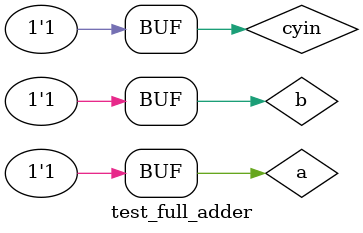
<source format=v>
module test_full_adder;

reg signed a,b,cyin;
wire signed sum, cyout;

full_add uut(
    .a(a),
    .b(b),
    .cyin(cyin),
    .sum(sum),
    .cyout(cyout)
);

initial begin
$monitor($time,"a = %b,b = %b,cin = %b,sum = %b,cout = %b",a,b,cyin,sum,cyout);
   a=1'b0; b=1'b0; cyin=1'b0;
#5 a=1'b0; b=1'b0; cyin=1'b1;
#5 a=1'b0; b=1'b1; cyin=1'b0;
#5 a=1'b0; b=1'b1; cyin=1'b1;
#5 a=1'b1; b=1'b0; cyin=1'b0;
#5 a=1'b1; b=1'b0; cyin=1'b1;
#5 a=1'b1; b=1'b1; cyin=1'b0;
#5 a=1'b1; b=1'b1; cyin=1'b1;

end
endmodule
</source>
